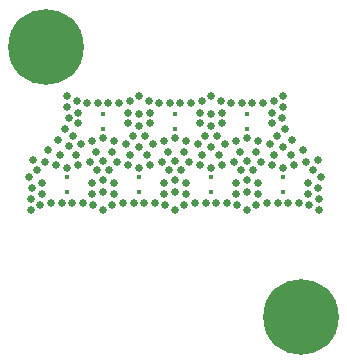
<source format=gbr>
G04 start of page 6 for group -4062 idx -4062 *
G04 Title: LED carrier v. 0.1, soldermask *
G04 Creator: pcb 1.99x *
G04 CreationDate: Sun Jun 28 01:38:54 2009 UTC *
G04 For: davidellsworth *
G04 Format: Gerber/RS-274X *
G04 PCB-Dimensions: 120000 122000 *
G04 PCB-Coordinate-Origin: lower left *
%MOIN*%
%FSLAX24Y24*%
%LNBACKMASK*%
%ADD17C,0.0250*%
%ADD26C,0.2520*%
%ADD27C,0.0170*%
G54D26*X10100Y1600D03*
G54D17*X9510Y8579D03*
X9460Y8219D03*
X10760Y6249D03*
X10699Y5520D03*
X10649Y5880D03*
X10699Y5150D03*
X9859Y6660D03*
X9499Y6560D03*
X10249Y6760D03*
X10499Y6470D03*
X9560Y7850D03*
X9510Y8949D03*
X9800Y7500D03*
X10150Y7150D03*
X10669Y6830D03*
X9500Y7250D03*
X9750Y7000D03*
X9200D03*
X9190Y8769D03*
X9140Y8399D03*
Y8039D03*
X9050Y7339D03*
X9300Y7629D03*
X8300Y6800D03*
X8749Y6760D03*
X7350Y7000D03*
X7849Y6760D03*
X8659Y6060D03*
X8300Y6150D03*
X8499Y6470D03*
G54D27*X7099Y6250D03*
G54D17*X7929Y6060D03*
X8099Y6470D03*
X8300Y5750D03*
G54D27*X7099Y5750D03*
G54D17*X7269Y5390D03*
X7629D03*
X7929Y5700D03*
X7979Y5330D03*
X7459Y6660D03*
G54D27*X9499Y5750D03*
Y6250D03*
G54D17*X9669Y5390D03*
X9319D03*
X10029D03*
X10379Y5330D03*
X10329Y5700D03*
Y6060D03*
X8959Y5390D03*
X8609Y5330D03*
X8659Y5700D03*
X8300Y5150D03*
X9129Y6660D03*
X7099Y6560D03*
X7100Y8950D03*
Y8350D03*
Y7250D03*
Y7950D03*
X8840Y8709D03*
X8480D03*
G54D27*X8300Y8349D03*
Y7849D03*
G54D17*X7940Y7439D03*
X8300Y7539D03*
X8670Y7439D03*
X8600Y7100D03*
X8050D03*
X8130Y8709D03*
X7770D03*
X7420Y8769D03*
X7470Y8399D03*
Y8039D03*
X7300Y7629D03*
X7550Y7339D03*
X3500Y5750D03*
X3859Y5700D03*
X3500Y5150D03*
X3809Y5330D03*
X4159Y5390D03*
X4519D03*
X1759D03*
X2119D03*
X2469D03*
X3129Y6060D03*
Y5700D03*
G54D27*X2299Y5750D03*
G54D17*X3179Y5330D03*
X2829Y5390D03*
X5529Y5700D03*
X5579Y5330D03*
X5229Y5390D03*
X3500Y6150D03*
X3859Y6060D03*
X5529D03*
X5059Y6660D03*
X4869Y5390D03*
G54D27*X4699Y5750D03*
Y6250D03*
G54D17*X6800Y7000D03*
X6729Y6660D03*
X6740Y8039D03*
X6900Y7629D03*
X6650Y7339D03*
X6919Y5390D03*
X6559D03*
X5900Y5150D03*
X6209Y5330D03*
X6259Y5700D03*
Y6060D03*
X5900Y5750D03*
X6200Y7100D03*
X5900Y6800D03*
Y6150D03*
X6349Y6760D03*
X6099Y6470D03*
X5900Y7539D03*
X6270Y7439D03*
X2380Y7269D03*
X2600Y7000D03*
X2750Y7339D03*
X3699Y6470D03*
X3949Y6760D03*
X4329Y6660D03*
X3299Y6470D03*
X3800Y7100D03*
X3870Y7439D03*
X4250Y7339D03*
X3250Y7100D03*
X3140Y7439D03*
X3500Y7539D03*
G54D27*Y7849D03*
G54D17*X2670Y8039D03*
X2299Y6560D03*
G54D27*Y6250D03*
G54D17*X2659Y6660D03*
X3049Y6760D03*
X5699Y6470D03*
X5449Y6760D03*
X5650Y7100D03*
G54D27*X5900Y7849D03*
G54D17*X5540Y7439D03*
X4700Y7950D03*
X4500Y7629D03*
X4700Y7250D03*
X5070Y8039D03*
X4900Y7629D03*
X5150Y7339D03*
X1459Y6060D03*
Y5700D03*
X1409Y5330D03*
X1089Y5520D03*
X1299Y6470D03*
X1650Y7150D03*
X1169Y6830D03*
X1929Y6660D03*
X1549Y6760D03*
X1089Y5150D03*
X1139Y5880D03*
X2000Y7500D03*
X2239Y7850D03*
X2050Y7000D03*
X1039Y6249D03*
X2500Y7629D03*
G54D26*X1600Y10600D03*
G54D17*X2300Y8949D03*
X2350Y8219D03*
X2300Y8579D03*
X2670Y8399D03*
X2620Y8769D03*
X6440Y8709D03*
X6080D03*
X5730D03*
X6790Y8769D03*
X6740Y8399D03*
G54D27*X5900Y8349D03*
G54D17*X4699Y6560D03*
X4950Y7000D03*
X4400D03*
X3500Y6800D03*
X4040Y8709D03*
X4390Y8769D03*
X4340Y8399D03*
Y8039D03*
X4700Y8950D03*
Y8350D03*
X5070Y8399D03*
X3680Y8709D03*
X2970D03*
X3330D03*
G54D27*X3500Y8349D03*
G54D17*X5370Y8709D03*
X5020Y8769D03*
M02*

</source>
